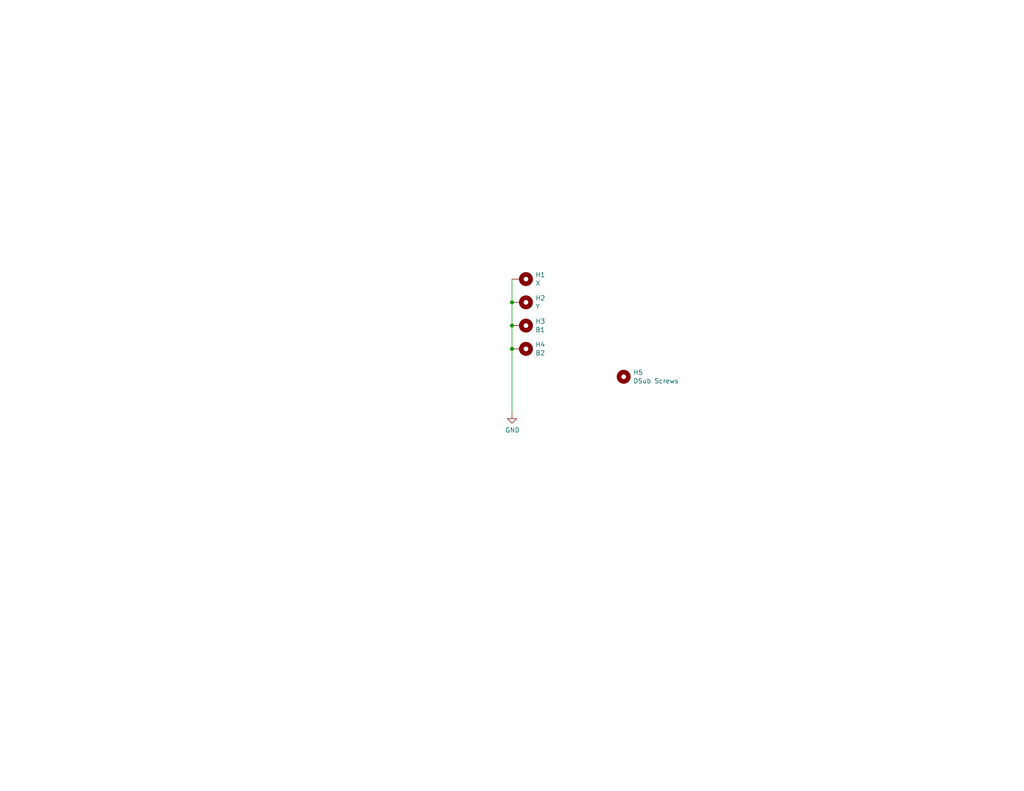
<source format=kicad_sch>
(kicad_sch (version 20211123) (generator eeschema)

  (uuid bbb15673-6d42-42b8-9d51-7515b3ad9ee9)

  (paper "USLetter")

  (lib_symbols
    (symbol "Mechanical:MountingHole" (pin_names (offset 1.016)) (in_bom yes) (on_board yes)
      (property "Reference" "H" (id 0) (at 0 5.08 0)
        (effects (font (size 1.27 1.27)))
      )
      (property "Value" "MountingHole" (id 1) (at 0 3.175 0)
        (effects (font (size 1.27 1.27)))
      )
      (property "Footprint" "" (id 2) (at 0 0 0)
        (effects (font (size 1.27 1.27)) hide)
      )
      (property "Datasheet" "~" (id 3) (at 0 0 0)
        (effects (font (size 1.27 1.27)) hide)
      )
      (property "ki_keywords" "mounting hole" (id 4) (at 0 0 0)
        (effects (font (size 1.27 1.27)) hide)
      )
      (property "ki_description" "Mounting Hole without connection" (id 5) (at 0 0 0)
        (effects (font (size 1.27 1.27)) hide)
      )
      (property "ki_fp_filters" "MountingHole*" (id 6) (at 0 0 0)
        (effects (font (size 1.27 1.27)) hide)
      )
      (symbol "MountingHole_0_1"
        (circle (center 0 0) (radius 1.27)
          (stroke (width 1.27) (type default) (color 0 0 0 0))
          (fill (type none))
        )
      )
    )
    (symbol "Mechanical:MountingHole_Pad" (pin_numbers hide) (pin_names (offset 1.016) hide) (in_bom yes) (on_board yes)
      (property "Reference" "H" (id 0) (at 0 6.35 0)
        (effects (font (size 1.27 1.27)))
      )
      (property "Value" "MountingHole_Pad" (id 1) (at 0 4.445 0)
        (effects (font (size 1.27 1.27)))
      )
      (property "Footprint" "" (id 2) (at 0 0 0)
        (effects (font (size 1.27 1.27)) hide)
      )
      (property "Datasheet" "~" (id 3) (at 0 0 0)
        (effects (font (size 1.27 1.27)) hide)
      )
      (property "ki_keywords" "mounting hole" (id 4) (at 0 0 0)
        (effects (font (size 1.27 1.27)) hide)
      )
      (property "ki_description" "Mounting Hole with connection" (id 5) (at 0 0 0)
        (effects (font (size 1.27 1.27)) hide)
      )
      (property "ki_fp_filters" "MountingHole*Pad*" (id 6) (at 0 0 0)
        (effects (font (size 1.27 1.27)) hide)
      )
      (symbol "MountingHole_Pad_0_1"
        (circle (center 0 1.27) (radius 1.27)
          (stroke (width 1.27) (type default) (color 0 0 0 0))
          (fill (type none))
        )
      )
      (symbol "MountingHole_Pad_1_1"
        (pin input line (at 0 -2.54 90) (length 2.54)
          (name "1" (effects (font (size 1.27 1.27))))
          (number "1" (effects (font (size 1.27 1.27))))
        )
      )
    )
    (symbol "power:GND" (power) (pin_names (offset 0)) (in_bom yes) (on_board yes)
      (property "Reference" "#PWR" (id 0) (at 0 -6.35 0)
        (effects (font (size 1.27 1.27)) hide)
      )
      (property "Value" "GND" (id 1) (at 0 -3.81 0)
        (effects (font (size 1.27 1.27)))
      )
      (property "Footprint" "" (id 2) (at 0 0 0)
        (effects (font (size 1.27 1.27)) hide)
      )
      (property "Datasheet" "" (id 3) (at 0 0 0)
        (effects (font (size 1.27 1.27)) hide)
      )
      (property "ki_keywords" "power-flag" (id 4) (at 0 0 0)
        (effects (font (size 1.27 1.27)) hide)
      )
      (property "ki_description" "Power symbol creates a global label with name \"GND\" , ground" (id 5) (at 0 0 0)
        (effects (font (size 1.27 1.27)) hide)
      )
      (symbol "GND_0_1"
        (polyline
          (pts
            (xy 0 0)
            (xy 0 -1.27)
            (xy 1.27 -1.27)
            (xy 0 -2.54)
            (xy -1.27 -1.27)
            (xy 0 -1.27)
          )
          (stroke (width 0) (type default) (color 0 0 0 0))
          (fill (type none))
        )
      )
      (symbol "GND_1_1"
        (pin power_in line (at 0 0 270) (length 0) hide
          (name "GND" (effects (font (size 1.27 1.27))))
          (number "1" (effects (font (size 1.27 1.27))))
        )
      )
    )
  )

  (junction (at 139.7 88.9) (diameter 0) (color 0 0 0 0)
    (uuid 0c30a4be-5679-499f-8c5b-5f3024f9d6cf)
  )
  (junction (at 139.7 95.25) (diameter 0) (color 0 0 0 0)
    (uuid a501555e-bbc7-4b58-ad89-28a0cd3dd6d0)
  )
  (junction (at 139.7 82.55) (diameter 0) (color 0 0 0 0)
    (uuid ebadd2a5-21ab-4a7e-b5bc-6f737367e560)
  )

  (wire (pts (xy 139.7 82.55) (xy 139.7 88.9))
    (stroke (width 0) (type default) (color 0 0 0 0))
    (uuid 4dc6088c-89a5-4db7-b3ae-db4b6396ad49)
  )
  (wire (pts (xy 139.7 76.2) (xy 139.7 82.55))
    (stroke (width 0) (type default) (color 0 0 0 0))
    (uuid 936e2ca6-11ae-4f42-9128-52bb329f3d21)
  )
  (wire (pts (xy 139.7 95.25) (xy 139.7 113.03))
    (stroke (width 0) (type default) (color 0 0 0 0))
    (uuid b60c50d1-225e-415c-8712-7acb5e3dc8ea)
  )
  (wire (pts (xy 139.7 88.9) (xy 139.7 95.25))
    (stroke (width 0) (type default) (color 0 0 0 0))
    (uuid db83d0af-e085-4050-8496-fa2ebdecbd62)
  )

  (symbol (lib_id "Mechanical:MountingHole_Pad") (at 142.24 76.2 270) (unit 1)
    (in_bom yes) (on_board yes)
    (uuid 00000000-0000-0000-0000-000060553c9e)
    (property "Reference" "H1" (id 0) (at 146.05 75.0316 90)
      (effects (font (size 1.27 1.27)) (justify left))
    )
    (property "Value" "X" (id 1) (at 146.05 77.343 90)
      (effects (font (size 1.27 1.27)) (justify left))
    )
    (property "Footprint" "modular:Jack" (id 2) (at 142.24 76.2 0)
      (effects (font (size 1.27 1.27)) hide)
    )
    (property "Datasheet" "~" (id 3) (at 142.24 76.2 0)
      (effects (font (size 1.27 1.27)) hide)
    )
    (pin "1" (uuid 5fe7a4eb-9f04-4df6-a1fa-36c071e280d7))
  )

  (symbol (lib_id "Mechanical:MountingHole_Pad") (at 142.24 82.55 270) (unit 1)
    (in_bom yes) (on_board yes)
    (uuid 00000000-0000-0000-0000-00006055426e)
    (property "Reference" "H2" (id 0) (at 146.05 81.3816 90)
      (effects (font (size 1.27 1.27)) (justify left))
    )
    (property "Value" "Y" (id 1) (at 146.05 83.693 90)
      (effects (font (size 1.27 1.27)) (justify left))
    )
    (property "Footprint" "modular:Jack" (id 2) (at 142.24 82.55 0)
      (effects (font (size 1.27 1.27)) hide)
    )
    (property "Datasheet" "~" (id 3) (at 142.24 82.55 0)
      (effects (font (size 1.27 1.27)) hide)
    )
    (pin "1" (uuid b21625e3-a75b-41d7-9f13-4c0e12ba16cb))
  )

  (symbol (lib_id "Mechanical:MountingHole_Pad") (at 142.24 88.9 270) (unit 1)
    (in_bom yes) (on_board yes)
    (uuid 00000000-0000-0000-0000-000060554542)
    (property "Reference" "H3" (id 0) (at 146.05 87.7316 90)
      (effects (font (size 1.27 1.27)) (justify left))
    )
    (property "Value" "B1" (id 1) (at 146.05 90.043 90)
      (effects (font (size 1.27 1.27)) (justify left))
    )
    (property "Footprint" "modular:Jack" (id 2) (at 142.24 88.9 0)
      (effects (font (size 1.27 1.27)) hide)
    )
    (property "Datasheet" "~" (id 3) (at 142.24 88.9 0)
      (effects (font (size 1.27 1.27)) hide)
    )
    (pin "1" (uuid 2151a218-87ec-4d43-b5fa-736242c52602))
  )

  (symbol (lib_id "Mechanical:MountingHole_Pad") (at 142.24 95.25 270) (unit 1)
    (in_bom yes) (on_board yes)
    (uuid 00000000-0000-0000-0000-000060554805)
    (property "Reference" "H4" (id 0) (at 146.05 94.0816 90)
      (effects (font (size 1.27 1.27)) (justify left))
    )
    (property "Value" "B2" (id 1) (at 146.05 96.393 90)
      (effects (font (size 1.27 1.27)) (justify left))
    )
    (property "Footprint" "modular:Jack" (id 2) (at 142.24 95.25 0)
      (effects (font (size 1.27 1.27)) hide)
    )
    (property "Datasheet" "~" (id 3) (at 142.24 95.25 0)
      (effects (font (size 1.27 1.27)) hide)
    )
    (pin "1" (uuid 8385d9f6-6997-423b-b38d-d0ab00c45f3f))
  )

  (symbol (lib_id "power:GND") (at 139.7 113.03 0) (unit 1)
    (in_bom yes) (on_board yes)
    (uuid 00000000-0000-0000-0000-000060554ff1)
    (property "Reference" "#PWR0101" (id 0) (at 139.7 119.38 0)
      (effects (font (size 1.27 1.27)) hide)
    )
    (property "Value" "GND" (id 1) (at 139.827 117.4242 0))
    (property "Footprint" "" (id 2) (at 139.7 113.03 0)
      (effects (font (size 1.27 1.27)) hide)
    )
    (property "Datasheet" "" (id 3) (at 139.7 113.03 0)
      (effects (font (size 1.27 1.27)) hide)
    )
    (pin "1" (uuid 621c8eb9-ae87-439a-b350-badb5d559a5a))
  )

  (symbol (lib_id "Mechanical:MountingHole") (at 170.18 102.87 0) (unit 1)
    (in_bom yes) (on_board yes)
    (uuid 00000000-0000-0000-0000-00006056ef31)
    (property "Reference" "H5" (id 0) (at 172.72 101.7016 0)
      (effects (font (size 1.27 1.27)) (justify left))
    )
    (property "Value" "DSub Screws" (id 1) (at 172.72 104.013 0)
      (effects (font (size 1.27 1.27)) (justify left))
    )
    (property "Footprint" "modular:DSub_15_Cutout" (id 2) (at 170.18 102.87 0)
      (effects (font (size 1.27 1.27)) hide)
    )
    (property "Datasheet" "~" (id 3) (at 170.18 102.87 0)
      (effects (font (size 1.27 1.27)) hide)
    )
  )

  (sheet_instances
    (path "/" (page "1"))
  )

  (symbol_instances
    (path "/00000000-0000-0000-0000-000060554ff1"
      (reference "#PWR0101") (unit 1) (value "GND") (footprint "")
    )
    (path "/00000000-0000-0000-0000-000060553c9e"
      (reference "H1") (unit 1) (value "X") (footprint "modular:Jack")
    )
    (path "/00000000-0000-0000-0000-00006055426e"
      (reference "H2") (unit 1) (value "Y") (footprint "modular:Jack")
    )
    (path "/00000000-0000-0000-0000-000060554542"
      (reference "H3") (unit 1) (value "B1") (footprint "modular:Jack")
    )
    (path "/00000000-0000-0000-0000-000060554805"
      (reference "H4") (unit 1) (value "B2") (footprint "modular:Jack")
    )
    (path "/00000000-0000-0000-0000-00006056ef31"
      (reference "H5") (unit 1) (value "DSub Screws") (footprint "modular:DSub_15_Cutout")
    )
  )
)

</source>
